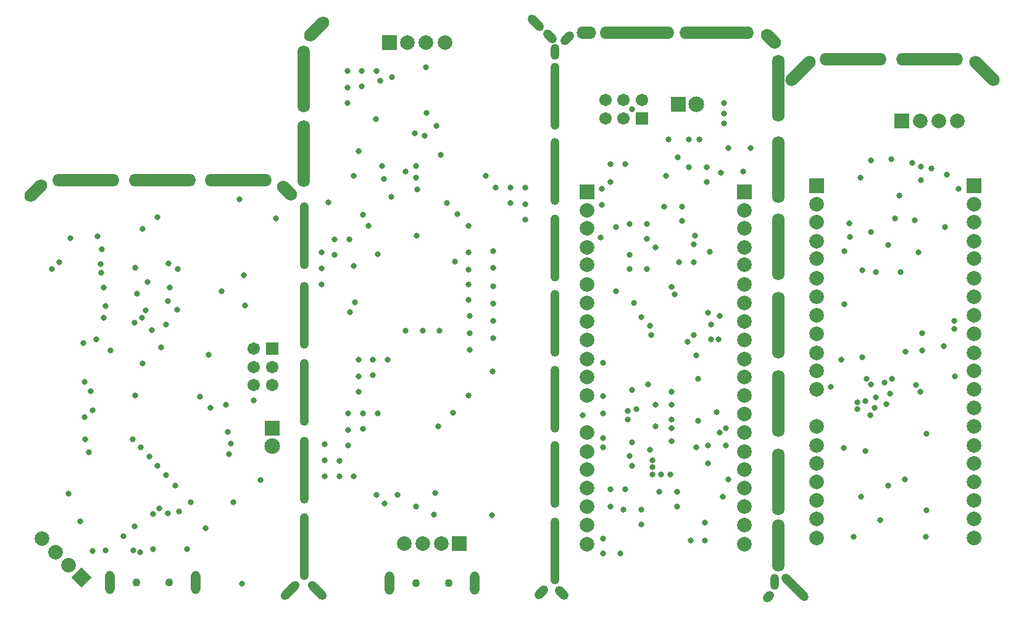
<source format=gbs>
G04*
G04 #@! TF.GenerationSoftware,Altium Limited,Altium Designer,19.1.5 (86)*
G04*
G04 Layer_Color=16711935*
%FSLAX44Y44*%
%MOMM*%
G71*
G01*
G75*
%ADD64C,1.1000*%
%ADD65O,1.3000X3.2000*%
G04:AMPARAMS|DCode=140|XSize=5.2032mm|YSize=1.7032mm|CornerRadius=0mm|HoleSize=0mm|Usage=FLASHONLY|Rotation=135.000|XOffset=0mm|YOffset=0mm|HoleType=Round|Shape=Round|*
%AMOVALD140*
21,1,3.5000,1.7032,0.0000,0.0000,135.0*
1,1,1.7032,1.2374,-1.2374*
1,1,1.7032,-1.2374,1.2374*
%
%ADD140OVALD140*%

G04:AMPARAMS|DCode=141|XSize=2.7032mm|YSize=1.2032mm|CornerRadius=0mm|HoleSize=0mm|Usage=FLASHONLY|Rotation=135.000|XOffset=0mm|YOffset=0mm|HoleType=Round|Shape=Round|*
%AMOVALD141*
21,1,1.5000,1.2032,0.0000,0.0000,135.0*
1,1,1.2032,0.5303,-0.5303*
1,1,1.2032,-0.5303,0.5303*
%
%ADD141OVALD141*%

G04:AMPARAMS|DCode=142|XSize=2.2032mm|YSize=1.2032mm|CornerRadius=0mm|HoleSize=0mm|Usage=FLASHONLY|Rotation=135.000|XOffset=0mm|YOffset=0mm|HoleType=Round|Shape=Round|*
%AMOVALD142*
21,1,1.0000,1.2032,0.0000,0.0000,135.0*
1,1,1.2032,0.3536,-0.3536*
1,1,1.2032,-0.3536,0.3536*
%
%ADD142OVALD142*%

%ADD143O,2.7032X1.7032*%
G04:AMPARAMS|DCode=144|XSize=2.2032mm|YSize=1.2032mm|CornerRadius=0mm|HoleSize=0mm|Usage=FLASHONLY|Rotation=45.000|XOffset=0mm|YOffset=0mm|HoleType=Round|Shape=Round|*
%AMOVALD144*
21,1,1.0000,1.2032,0.0000,0.0000,45.0*
1,1,1.2032,-0.3536,-0.3536*
1,1,1.2032,0.3536,0.3536*
%
%ADD144OVALD144*%

%ADD145O,1.2032X2.2032*%
%ADD146O,10.2032X1.7032*%
G04:AMPARAMS|DCode=147|XSize=3.2032mm|YSize=1.7032mm|CornerRadius=0mm|HoleSize=0mm|Usage=FLASHONLY|Rotation=135.000|XOffset=0mm|YOffset=0mm|HoleType=Round|Shape=Round|*
%AMOVALD147*
21,1,1.5000,1.7032,0.0000,0.0000,135.0*
1,1,1.7032,0.5303,-0.5303*
1,1,1.7032,-0.5303,0.5303*
%
%ADD147OVALD147*%

G04:AMPARAMS|DCode=148|XSize=5.2032mm|YSize=1.7032mm|CornerRadius=0mm|HoleSize=0mm|Usage=FLASHONLY|Rotation=45.000|XOffset=0mm|YOffset=0mm|HoleType=Round|Shape=Round|*
%AMOVALD148*
21,1,3.5000,1.7032,0.0000,0.0000,45.0*
1,1,1.7032,-1.2374,-1.2374*
1,1,1.7032,1.2374,1.2374*
%
%ADD148OVALD148*%

G04:AMPARAMS|DCode=149|XSize=1.7032mm|YSize=1.2032mm|CornerRadius=0mm|HoleSize=0mm|Usage=FLASHONLY|Rotation=45.000|XOffset=0mm|YOffset=0mm|HoleType=Round|Shape=Round|*
%AMOVALD149*
21,1,0.5000,1.2032,0.0000,0.0000,45.0*
1,1,1.2032,-0.1768,-0.1768*
1,1,1.2032,0.1768,0.1768*
%
%ADD149OVALD149*%

G04:AMPARAMS|DCode=150|XSize=4.8032mm|YSize=1.2032mm|CornerRadius=0mm|HoleSize=0mm|Usage=FLASHONLY|Rotation=315.000|XOffset=0mm|YOffset=0mm|HoleType=Round|Shape=Round|*
%AMOVALD150*
21,1,3.6000,1.2032,0.0000,0.0000,315.0*
1,1,1.2032,-1.2728,1.2728*
1,1,1.2032,1.2728,-1.2728*
%
%ADD150OVALD150*%

G04:AMPARAMS|DCode=151|XSize=3.2032mm|YSize=1.2032mm|CornerRadius=0mm|HoleSize=0mm|Usage=FLASHONLY|Rotation=135.000|XOffset=0mm|YOffset=0mm|HoleType=Round|Shape=Round|*
%AMOVALD151*
21,1,2.0000,1.2032,0.0000,0.0000,135.0*
1,1,1.2032,0.7071,-0.7071*
1,1,1.2032,-0.7071,0.7071*
%
%ADD151OVALD151*%

G04:AMPARAMS|DCode=152|XSize=4.2032mm|YSize=1.7032mm|CornerRadius=0mm|HoleSize=0mm|Usage=FLASHONLY|Rotation=45.000|XOffset=0mm|YOffset=0mm|HoleType=Round|Shape=Round|*
%AMOVALD152*
21,1,2.5000,1.7032,0.0000,0.0000,45.0*
1,1,1.7032,-0.8839,-0.8839*
1,1,1.7032,0.8839,0.8839*
%
%ADD152OVALD152*%

%ADD153O,9.2032X1.7032*%
%ADD154O,1.7032X9.2032*%
%ADD155O,1.7032X7.2032*%
%ADD156O,1.2032X9.2032*%
G04:AMPARAMS|DCode=157|XSize=3.2032mm|YSize=1.2032mm|CornerRadius=0mm|HoleSize=0mm|Usage=FLASHONLY|Rotation=45.000|XOffset=0mm|YOffset=0mm|HoleType=Round|Shape=Round|*
%AMOVALD157*
21,1,2.0000,1.2032,0.0000,0.0000,45.0*
1,1,1.2032,-0.7071,-0.7071*
1,1,1.2032,0.7071,0.7071*
%
%ADD157OVALD157*%

G04:AMPARAMS|DCode=158|XSize=3.7032mm|YSize=1.7032mm|CornerRadius=0mm|HoleSize=0mm|Usage=FLASHONLY|Rotation=45.000|XOffset=0mm|YOffset=0mm|HoleType=Round|Shape=Round|*
%AMOVALD158*
21,1,2.0000,1.7032,0.0000,0.0000,45.0*
1,1,1.7032,-0.7071,-0.7071*
1,1,1.7032,0.7071,0.7071*
%
%ADD158OVALD158*%

%ADD159R,2.0032X2.0032*%
%ADD160C,2.0032*%
%ADD161R,2.1400X2.1400*%
%ADD162C,2.1400*%
%ADD163R,1.7032X1.7032*%
%ADD164C,1.7032*%
%ADD165C,0.8032*%
%ADD166R,2.0032X2.0032*%
%ADD167P,2.8330X4X180.0*%
%ADD168R,2.1400X2.1400*%
%ADD169R,1.7032X1.7032*%
D64*
X583750Y27500D02*
D03*
X538750D02*
D03*
X155530Y27870D02*
D03*
X200530D02*
D03*
D65*
X619750Y27500D02*
D03*
X502750D02*
D03*
X119530Y27870D02*
D03*
X236530D02*
D03*
D140*
X1318750Y730000D02*
D03*
D141*
X703750Y796250D02*
D03*
D142*
X722500Y777500D02*
D03*
X738750Y13750D02*
D03*
D143*
X772500Y782500D02*
D03*
D144*
X746250Y775000D02*
D03*
X711250Y15000D02*
D03*
D145*
X730000Y756250D02*
D03*
X1031250Y28750D02*
D03*
D146*
X842500Y782500D02*
D03*
X951250D02*
D03*
D147*
X1026250Y773750D02*
D03*
X362500Y566250D02*
D03*
D148*
X1066250Y730000D02*
D03*
D149*
X1022500Y8750D02*
D03*
D150*
X1058750Y21250D02*
D03*
D151*
X403750Y17500D02*
D03*
D152*
X402500Y787500D02*
D03*
D153*
X1243750Y746250D02*
D03*
X1138750D02*
D03*
X86250Y580000D02*
D03*
X191250D02*
D03*
X295000D02*
D03*
D154*
X1036250Y706250D02*
D03*
Y595000D02*
D03*
Y488750D02*
D03*
Y381250D02*
D03*
Y273750D02*
D03*
Y166250D02*
D03*
X385000Y718750D02*
D03*
Y616250D02*
D03*
D155*
X1036250Y78750D02*
D03*
D156*
X730000Y695000D02*
D03*
Y592500D02*
D03*
Y487500D02*
D03*
Y383750D02*
D03*
Y280000D02*
D03*
Y176250D02*
D03*
Y71250D02*
D03*
X386250Y503750D02*
D03*
Y395000D02*
D03*
Y288750D02*
D03*
Y182500D02*
D03*
Y77500D02*
D03*
D157*
X366250Y17500D02*
D03*
D158*
X17500Y566250D02*
D03*
D159*
X774010Y564000D02*
D03*
X989750D02*
D03*
X1304600Y572500D02*
D03*
X1088860D02*
D03*
D160*
X774010Y234000D02*
D03*
Y539000D02*
D03*
Y208000D02*
D03*
Y514000D02*
D03*
Y183000D02*
D03*
Y488000D02*
D03*
Y158000D02*
D03*
Y464000D02*
D03*
Y132000D02*
D03*
Y437000D02*
D03*
Y285000D02*
D03*
Y310000D02*
D03*
Y335000D02*
D03*
Y361000D02*
D03*
Y386000D02*
D03*
Y412000D02*
D03*
Y107000D02*
D03*
Y81000D02*
D03*
X989750D02*
D03*
Y107000D02*
D03*
Y412000D02*
D03*
Y386000D02*
D03*
Y361000D02*
D03*
Y335000D02*
D03*
Y310000D02*
D03*
Y285000D02*
D03*
Y437000D02*
D03*
Y132000D02*
D03*
Y464000D02*
D03*
Y158000D02*
D03*
Y488000D02*
D03*
Y183000D02*
D03*
Y514000D02*
D03*
Y208000D02*
D03*
Y539000D02*
D03*
Y234000D02*
D03*
Y259000D02*
D03*
X1230850Y661250D02*
D03*
X1255850D02*
D03*
X1281850D02*
D03*
X1304600Y267500D02*
D03*
Y242500D02*
D03*
Y547500D02*
D03*
Y216500D02*
D03*
Y522500D02*
D03*
Y191500D02*
D03*
Y496500D02*
D03*
Y166500D02*
D03*
Y472500D02*
D03*
Y140500D02*
D03*
Y445500D02*
D03*
Y293500D02*
D03*
Y318500D02*
D03*
Y343500D02*
D03*
Y369500D02*
D03*
Y394500D02*
D03*
Y420500D02*
D03*
Y115500D02*
D03*
Y89500D02*
D03*
X1088860Y242500D02*
D03*
Y547500D02*
D03*
Y216500D02*
D03*
Y522500D02*
D03*
Y191500D02*
D03*
Y496500D02*
D03*
Y166500D02*
D03*
Y472500D02*
D03*
Y140500D02*
D03*
Y445500D02*
D03*
Y293500D02*
D03*
Y318500D02*
D03*
Y343500D02*
D03*
Y369500D02*
D03*
Y394500D02*
D03*
Y420500D02*
D03*
Y115500D02*
D03*
Y89500D02*
D03*
X573750Y81250D02*
D03*
X548750D02*
D03*
X522750D02*
D03*
X527500Y768750D02*
D03*
X552500D02*
D03*
X578500D02*
D03*
X62478Y52322D02*
D03*
X44800Y70000D02*
D03*
X26415Y88385D02*
D03*
D161*
X898750Y684000D02*
D03*
D162*
X923750D02*
D03*
X341860Y215030D02*
D03*
D163*
X849150Y664600D02*
D03*
D164*
Y690000D02*
D03*
X823750D02*
D03*
X798650D02*
D03*
Y664600D02*
D03*
X823750D02*
D03*
X341860Y323850D02*
D03*
Y298750D02*
D03*
X316460D02*
D03*
Y323850D02*
D03*
Y349250D02*
D03*
D165*
X941750Y482000D02*
D03*
X881750Y586000D02*
D03*
X921750Y504000D02*
D03*
X897875Y611875D02*
D03*
X923750Y340000D02*
D03*
X911750Y358000D02*
D03*
X955750Y394000D02*
D03*
X943750Y382000D02*
D03*
Y362000D02*
D03*
X793750Y568000D02*
D03*
Y546000D02*
D03*
X795750Y330000D02*
D03*
Y284000D02*
D03*
Y260000D02*
D03*
X767750Y258000D02*
D03*
X967750Y170000D02*
D03*
X959750Y146000D02*
D03*
X955750Y234000D02*
D03*
X925750Y250000D02*
D03*
X951750Y262000D02*
D03*
X939750Y216000D02*
D03*
Y192000D02*
D03*
X889750Y222000D02*
D03*
Y290000D02*
D03*
Y272000D02*
D03*
X867750Y242000D02*
D03*
Y272000D02*
D03*
X857750Y300000D02*
D03*
X841750Y266000D02*
D03*
X835750Y188000D02*
D03*
Y220000D02*
D03*
Y292000D02*
D03*
X859750Y380000D02*
D03*
X847750Y392000D02*
D03*
X889750Y434000D02*
D03*
X835750Y678000D02*
D03*
X997750Y624000D02*
D03*
X967750D02*
D03*
X987750Y592000D02*
D03*
X961750Y686000D02*
D03*
Y672000D02*
D03*
Y658000D02*
D03*
X927750Y636000D02*
D03*
X913750D02*
D03*
X885750D02*
D03*
X937750Y578000D02*
D03*
Y598000D02*
D03*
X913750D02*
D03*
X825750Y602000D02*
D03*
X805750D02*
D03*
Y578000D02*
D03*
X855750Y500000D02*
D03*
Y520000D02*
D03*
X831750D02*
D03*
X903750Y524000D02*
D03*
Y544000D02*
D03*
X879750D02*
D03*
X899750Y468000D02*
D03*
X919750D02*
D03*
Y492000D02*
D03*
X831750Y478000D02*
D03*
Y458000D02*
D03*
X855750D02*
D03*
X863600Y196150D02*
D03*
Y186150D02*
D03*
Y176150D02*
D03*
X875600D02*
D03*
X887600D02*
D03*
X795750Y88000D02*
D03*
Y68000D02*
D03*
X819750D02*
D03*
X825750Y156000D02*
D03*
X805750D02*
D03*
Y132000D02*
D03*
X847750Y108000D02*
D03*
Y128000D02*
D03*
X823750D02*
D03*
X897000Y132500D02*
D03*
Y152500D02*
D03*
X873000D02*
D03*
X935750Y110000D02*
D03*
Y86000D02*
D03*
X915750D02*
D03*
X867750Y488000D02*
D03*
X859750Y210000D02*
D03*
X831750Y202000D02*
D03*
X963750Y240000D02*
D03*
Y216000D02*
D03*
X957750Y590000D02*
D03*
X792673Y501077D02*
D03*
X795750Y214000D02*
D03*
X893750Y424000D02*
D03*
X795750Y226000D02*
D03*
X813750Y516000D02*
D03*
X939750Y398000D02*
D03*
X953750Y362000D02*
D03*
X925750Y308000D02*
D03*
X919750Y368000D02*
D03*
X861750D02*
D03*
X813750Y428000D02*
D03*
X837750Y412000D02*
D03*
X889750Y240000D02*
D03*
X829750Y252000D02*
D03*
X923750Y214000D02*
D03*
X889750Y252000D02*
D03*
X829750Y264000D02*
D03*
X1150850Y337500D02*
D03*
X1224600Y298750D02*
D03*
X1230850Y290000D02*
D03*
X1155850Y208750D02*
D03*
X1175850Y113750D02*
D03*
X1278350Y311250D02*
D03*
X1263350Y352500D02*
D03*
X1283350Y568750D02*
D03*
X1267100Y587500D02*
D03*
X1163350Y607500D02*
D03*
X1190850Y608750D02*
D03*
X1219600Y603750D02*
D03*
X1232100Y580000D02*
D03*
X1228350Y481250D02*
D03*
X1223350Y525000D02*
D03*
X1187100Y491250D02*
D03*
X1133350Y521250D02*
D03*
X1163350Y508750D02*
D03*
X1150850Y456250D02*
D03*
X1233350Y370000D02*
D03*
X1210850Y345000D02*
D03*
X1184600Y272500D02*
D03*
X1125850Y212500D02*
D03*
X1149600Y146250D02*
D03*
X1187100Y161250D02*
D03*
X1209600Y170000D02*
D03*
X1239600Y232500D02*
D03*
Y127500D02*
D03*
X1232100Y598750D02*
D03*
X1148350Y583750D02*
D03*
X1144763Y275170D02*
D03*
X1144600Y266250D02*
D03*
X1202100Y558750D02*
D03*
X1277100Y387500D02*
D03*
X1233350Y346250D02*
D03*
X1163350Y300000D02*
D03*
X1122100Y333750D02*
D03*
X1108350Y296250D02*
D03*
X1169600Y282500D02*
D03*
X1189600Y287500D02*
D03*
X1277100Y376250D02*
D03*
X1155850Y277500D02*
D03*
X1139600Y91250D02*
D03*
X1238350D02*
D03*
X1245850Y596250D02*
D03*
X1195850Y527500D02*
D03*
X1169600Y453750D02*
D03*
X1182100Y302500D02*
D03*
X1134600Y502500D02*
D03*
X1127100Y482500D02*
D03*
X1168350Y267500D02*
D03*
X1162100Y257500D02*
D03*
X1203350Y453750D02*
D03*
X1264600Y516250D02*
D03*
X1192100Y307500D02*
D03*
X1127100Y410000D02*
D03*
X1157100Y307500D02*
D03*
X553000Y735000D02*
D03*
X643649Y120101D02*
D03*
X473750Y517500D02*
D03*
X495003Y581875D02*
D03*
X572792Y614709D02*
D03*
X505750Y721250D02*
D03*
X448750Y398750D02*
D03*
X466250Y532500D02*
D03*
X418750Y550000D02*
D03*
X563750Y121250D02*
D03*
X565000Y151250D02*
D03*
X570000Y242500D02*
D03*
X590000Y261250D02*
D03*
X611250Y285000D02*
D03*
X643750Y317500D02*
D03*
X581250Y548750D02*
D03*
X596250Y533750D02*
D03*
X611250Y517500D02*
D03*
X490000Y716250D02*
D03*
X460000Y620000D02*
D03*
X492500Y600000D02*
D03*
X525000Y592500D02*
D03*
X505000Y557500D02*
D03*
X483750Y663750D02*
D03*
X553750Y672500D02*
D03*
X453750Y462500D02*
D03*
X486250Y478750D02*
D03*
X460000Y290000D02*
D03*
X480000Y312500D02*
D03*
X460000Y311250D02*
D03*
Y333750D02*
D03*
X480000D02*
D03*
X500000D02*
D03*
X525000Y373750D02*
D03*
X548750D02*
D03*
X571250D02*
D03*
X540000Y503750D02*
D03*
X592500Y468750D02*
D03*
X611250Y481250D02*
D03*
Y457500D02*
D03*
Y437500D02*
D03*
Y416250D02*
D03*
X612500Y393750D02*
D03*
Y370000D02*
D03*
X645000Y482500D02*
D03*
Y460000D02*
D03*
Y435000D02*
D03*
Y411250D02*
D03*
X645000Y387500D02*
D03*
Y363750D02*
D03*
X485000Y730000D02*
D03*
X465000D02*
D03*
X445000D02*
D03*
Y707500D02*
D03*
X465000Y708750D02*
D03*
X445000Y686250D02*
D03*
X447500Y498750D02*
D03*
X427500D02*
D03*
X410000Y481250D02*
D03*
Y458750D02*
D03*
X427500Y477500D02*
D03*
X410000Y437500D02*
D03*
X635069Y586031D02*
D03*
X648750Y570000D02*
D03*
X668750D02*
D03*
X688750D02*
D03*
Y547500D02*
D03*
X668750Y548750D02*
D03*
X688750Y526250D02*
D03*
X486250Y260000D02*
D03*
X466250D02*
D03*
X446250D02*
D03*
Y237500D02*
D03*
X466250Y238750D02*
D03*
X446250Y216250D02*
D03*
X413750Y217500D02*
D03*
X433750Y195000D02*
D03*
X413750Y196250D02*
D03*
Y173750D02*
D03*
X433750D02*
D03*
X453750D02*
D03*
X538750Y132500D02*
D03*
X567000Y655000D02*
D03*
X455000Y412500D02*
D03*
X538750Y583750D02*
D03*
Y600000D02*
D03*
X540982Y567350D02*
D03*
X551250Y641257D02*
D03*
X612500Y347500D02*
D03*
X537500Y644500D02*
D03*
X453750Y586250D02*
D03*
X496243Y136253D02*
D03*
X513750Y148750D02*
D03*
X485000D02*
D03*
X160800Y70000D02*
D03*
X224800Y74000D02*
D03*
X296800Y554000D02*
D03*
X346800Y528000D02*
D03*
X302800Y450000D02*
D03*
X304800Y408000D02*
D03*
X299950Y26670D02*
D03*
X82780Y356870D02*
D03*
X108180Y485140D02*
D03*
X110720Y433070D02*
D03*
X119610Y346710D02*
D03*
X100560Y361950D02*
D03*
X110720Y391160D02*
D03*
X113260Y407670D02*
D03*
X212320Y458470D02*
D03*
X211050Y402590D02*
D03*
X195810Y382270D02*
D03*
X176760Y374650D02*
D03*
X170410Y440690D02*
D03*
X152630Y384810D02*
D03*
X156440Y424180D02*
D03*
X167870Y401320D02*
D03*
X153900Y459740D02*
D03*
X164060Y513080D02*
D03*
X184380Y529590D02*
D03*
X316460Y278130D02*
D03*
X325350Y168910D02*
D03*
X278360Y271780D02*
D03*
X280900Y234950D02*
D03*
X282170Y204470D02*
D03*
X150090Y224790D02*
D03*
X161520Y213360D02*
D03*
X172950Y200660D02*
D03*
X184380Y187960D02*
D03*
X195810Y175260D02*
D03*
X208510Y161290D02*
D03*
X84050Y303530D02*
D03*
Y255270D02*
D03*
X85320Y224790D02*
D03*
X90400Y207010D02*
D03*
X62460Y149860D02*
D03*
X78800Y112000D02*
D03*
X95480Y71120D02*
D03*
X113260Y72390D02*
D03*
X151360D02*
D03*
X178030Y73660D02*
D03*
Y121920D02*
D03*
X198350Y123190D02*
D03*
X230100Y138430D02*
D03*
X288520D02*
D03*
X250420Y102870D02*
D03*
X92940Y290830D02*
D03*
X95480Y264160D02*
D03*
X256770Y267970D02*
D03*
X106275Y465455D02*
D03*
X106910Y453390D02*
D03*
X39600Y458470D02*
D03*
X49760Y467360D02*
D03*
X65000Y500380D02*
D03*
X137390Y91440D02*
D03*
X152630Y105410D02*
D03*
X213590Y125730D02*
D03*
X254230Y340360D02*
D03*
X162790Y391160D02*
D03*
X199620Y466090D02*
D03*
X284710Y218440D02*
D03*
X189460Y350520D02*
D03*
X242800Y283210D02*
D03*
X153900Y284480D02*
D03*
X164060Y328930D02*
D03*
X198350Y414020D02*
D03*
X200890Y433070D02*
D03*
X272010Y427990D02*
D03*
X101830Y502920D02*
D03*
X186920Y129540D02*
D03*
D166*
X1205850Y661250D02*
D03*
X598750Y81250D02*
D03*
X502500Y768750D02*
D03*
D167*
X80155Y34645D02*
D03*
D168*
X341860Y240030D02*
D03*
D169*
Y349250D02*
D03*
M02*

</source>
